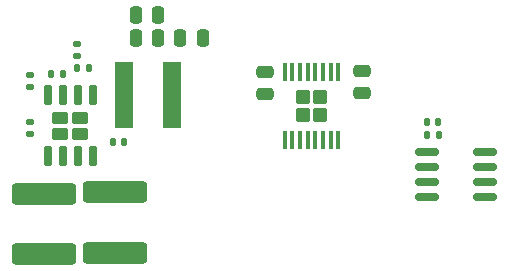
<source format=gbr>
%TF.GenerationSoftware,KiCad,Pcbnew,8.0.7*%
%TF.CreationDate,2025-01-22T21:35:01+01:00*%
%TF.ProjectId,Inverter_KiCAD,496e7665-7274-4657-925f-4b694341442e,rev?*%
%TF.SameCoordinates,Original*%
%TF.FileFunction,Paste,Bot*%
%TF.FilePolarity,Positive*%
%FSLAX46Y46*%
G04 Gerber Fmt 4.6, Leading zero omitted, Abs format (unit mm)*
G04 Created by KiCad (PCBNEW 8.0.7) date 2025-01-22 21:35:01*
%MOMM*%
%LPD*%
G01*
G04 APERTURE LIST*
G04 Aperture macros list*
%AMRoundRect*
0 Rectangle with rounded corners*
0 $1 Rounding radius*
0 $2 $3 $4 $5 $6 $7 $8 $9 X,Y pos of 4 corners*
0 Add a 4 corners polygon primitive as box body*
4,1,4,$2,$3,$4,$5,$6,$7,$8,$9,$2,$3,0*
0 Add four circle primitives for the rounded corners*
1,1,$1+$1,$2,$3*
1,1,$1+$1,$4,$5*
1,1,$1+$1,$6,$7*
1,1,$1+$1,$8,$9*
0 Add four rect primitives between the rounded corners*
20,1,$1+$1,$2,$3,$4,$5,0*
20,1,$1+$1,$4,$5,$6,$7,0*
20,1,$1+$1,$6,$7,$8,$9,0*
20,1,$1+$1,$8,$9,$2,$3,0*%
G04 Aperture macros list end*
%ADD10R,1.505000X5.600000*%
%ADD11RoundRect,0.250000X-2.450000X0.650000X-2.450000X-0.650000X2.450000X-0.650000X2.450000X0.650000X0*%
%ADD12RoundRect,0.135000X0.135000X0.185000X-0.135000X0.185000X-0.135000X-0.185000X0.135000X-0.185000X0*%
%ADD13RoundRect,0.135000X0.185000X-0.135000X0.185000X0.135000X-0.185000X0.135000X-0.185000X-0.135000X0*%
%ADD14RoundRect,0.250000X0.435000X-0.295000X0.435000X0.295000X-0.435000X0.295000X-0.435000X-0.295000X0*%
%ADD15RoundRect,0.150000X0.150000X-0.737500X0.150000X0.737500X-0.150000X0.737500X-0.150000X-0.737500X0*%
%ADD16RoundRect,0.140000X-0.140000X-0.170000X0.140000X-0.170000X0.140000X0.170000X-0.140000X0.170000X0*%
%ADD17RoundRect,0.250000X-0.250000X-0.475000X0.250000X-0.475000X0.250000X0.475000X-0.250000X0.475000X0*%
%ADD18RoundRect,0.140000X-0.170000X0.140000X-0.170000X-0.140000X0.170000X-0.140000X0.170000X0.140000X0*%
%ADD19RoundRect,0.250000X0.250000X0.475000X-0.250000X0.475000X-0.250000X-0.475000X0.250000X-0.475000X0*%
%ADD20RoundRect,0.250000X2.450000X-0.650000X2.450000X0.650000X-2.450000X0.650000X-2.450000X-0.650000X0*%
%ADD21RoundRect,0.135000X-0.135000X-0.185000X0.135000X-0.185000X0.135000X0.185000X-0.135000X0.185000X0*%
%ADD22RoundRect,0.150000X0.825000X0.150000X-0.825000X0.150000X-0.825000X-0.150000X0.825000X-0.150000X0*%
%ADD23RoundRect,0.140000X0.140000X0.170000X-0.140000X0.170000X-0.140000X-0.170000X0.140000X-0.170000X0*%
%ADD24RoundRect,0.250000X0.475000X-0.250000X0.475000X0.250000X-0.475000X0.250000X-0.475000X-0.250000X0*%
%ADD25RoundRect,0.250001X-0.354999X0.354999X-0.354999X-0.354999X0.354999X-0.354999X0.354999X0.354999X0*%
%ADD26RoundRect,0.100000X-0.100000X0.675000X-0.100000X-0.675000X0.100000X-0.675000X0.100000X0.675000X0*%
%ADD27RoundRect,0.250000X-0.475000X0.250000X-0.475000X-0.250000X0.475000X-0.250000X0.475000X0.250000X0*%
G04 APERTURE END LIST*
D10*
%TO.C,L2*%
X160000000Y-112600000D03*
X164005000Y-112600000D03*
%TD*%
D11*
%TO.C,C12*%
X153200000Y-120950000D03*
X153200000Y-126050000D03*
%TD*%
D12*
%TO.C,R29*%
X154810000Y-110800000D03*
X153790000Y-110800000D03*
%TD*%
D13*
%TO.C,R2*%
X152000000Y-115910000D03*
X152000000Y-114890000D03*
%TD*%
D14*
%TO.C,U9*%
X156250000Y-115880000D03*
X154550000Y-115880000D03*
X156250000Y-114520000D03*
X154550000Y-114520000D03*
D15*
X157305000Y-117762500D03*
X156035000Y-117762500D03*
X154765000Y-117762500D03*
X153495000Y-117762500D03*
X153495000Y-112637500D03*
X154765000Y-112637500D03*
X156035000Y-112637500D03*
X157305000Y-112637500D03*
%TD*%
D12*
%TO.C,R30*%
X157020000Y-110300000D03*
X156000000Y-110300000D03*
%TD*%
D16*
%TO.C,C40*%
X159020000Y-116600000D03*
X159980000Y-116600000D03*
%TD*%
D17*
%TO.C,C43*%
X164750000Y-107800000D03*
X166650000Y-107800000D03*
%TD*%
D13*
%TO.C,R31*%
X156000000Y-109310000D03*
X156000000Y-108290000D03*
%TD*%
D18*
%TO.C,C37*%
X152000000Y-110920000D03*
X152000000Y-111880000D03*
%TD*%
D19*
%TO.C,C42*%
X162850000Y-105800000D03*
X160950000Y-105800000D03*
%TD*%
%TO.C,C41*%
X162850000Y-107800000D03*
X160950000Y-107800000D03*
%TD*%
D20*
%TO.C,C11*%
X159200000Y-125950000D03*
X159200000Y-120850000D03*
%TD*%
D21*
%TO.C,R1201*%
X185587056Y-115997056D03*
X186607056Y-115997056D03*
%TD*%
D22*
%TO.C,U1201*%
X190572056Y-117392056D03*
X190572056Y-118662056D03*
X190572056Y-119932056D03*
X190572056Y-121202056D03*
X185622056Y-121202056D03*
X185622056Y-119932056D03*
X185622056Y-118662056D03*
X185622056Y-117392056D03*
%TD*%
D23*
%TO.C,C1201*%
X186577056Y-114897056D03*
X185617056Y-114897056D03*
%TD*%
D24*
%TO.C,C3*%
X180097056Y-112447056D03*
X180097056Y-110547056D03*
%TD*%
D25*
%TO.C,U1*%
X176597056Y-112797056D03*
X175097056Y-112797056D03*
X176597056Y-114297056D03*
X175097056Y-114297056D03*
D26*
X173572056Y-110672056D03*
X174222056Y-110672056D03*
X174872056Y-110672056D03*
X175522056Y-110672056D03*
X176172056Y-110672056D03*
X176822056Y-110672056D03*
X177472056Y-110672056D03*
X178122056Y-110672056D03*
X178122056Y-116422056D03*
X177472056Y-116422056D03*
X176822056Y-116422056D03*
X176172056Y-116422056D03*
X175522056Y-116422056D03*
X174872056Y-116422056D03*
X174222056Y-116422056D03*
X173572056Y-116422056D03*
%TD*%
D27*
%TO.C,C2*%
X171897056Y-110609556D03*
X171897056Y-112509556D03*
%TD*%
M02*

</source>
